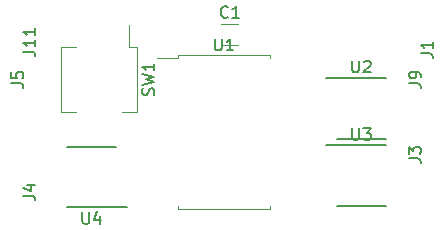
<source format=gbr>
%TF.GenerationSoftware,KiCad,Pcbnew,(5.1.9)-1*%
%TF.CreationDate,2021-01-23T19:14:43+00:00*%
%TF.ProjectId,RC-DC-Motor_Splitter,52432d44-432d-44d6-9f74-6f725f53706c,rev?*%
%TF.SameCoordinates,Original*%
%TF.FileFunction,Legend,Top*%
%TF.FilePolarity,Positive*%
%FSLAX46Y46*%
G04 Gerber Fmt 4.6, Leading zero omitted, Abs format (unit mm)*
G04 Created by KiCad (PCBNEW (5.1.9)-1) date 2021-01-23 19:14:43*
%MOMM*%
%LPD*%
G01*
G04 APERTURE LIST*
%ADD10C,0.120000*%
%ADD11C,0.150000*%
G04 APERTURE END LIST*
D10*
%TO.C,SW1*%
X97730000Y-80425000D02*
X97730000Y-85945000D01*
X103550000Y-78575000D02*
X103550000Y-80425000D01*
X104200000Y-80425000D02*
X103550000Y-80425000D01*
X104200000Y-80425000D02*
X104200000Y-85945000D01*
X104200000Y-85945000D02*
X102931000Y-85945000D01*
X99000000Y-80425000D02*
X97730000Y-80425000D01*
X99000000Y-85945000D02*
X97730000Y-85945000D01*
D11*
%TO.C,U4*%
X103330000Y-94010000D02*
X98260000Y-94010000D01*
X102400000Y-88870000D02*
X98260000Y-88870000D01*
%TO.C,U3*%
X120180000Y-88775000D02*
X125250000Y-88775000D01*
X121110000Y-93915000D02*
X125250000Y-93915000D01*
%TO.C,U2*%
X120180000Y-83060000D02*
X125250000Y-83060000D01*
X121110000Y-88200000D02*
X125250000Y-88200000D01*
D10*
%TO.C,U1*%
X111555000Y-94140000D02*
X115415000Y-94140000D01*
X115415000Y-94140000D02*
X115415000Y-93905000D01*
X111555000Y-94140000D02*
X107695000Y-94140000D01*
X107695000Y-94140000D02*
X107695000Y-93905000D01*
X111555000Y-81120000D02*
X115415000Y-81120000D01*
X115415000Y-81120000D02*
X115415000Y-81355000D01*
X111555000Y-81120000D02*
X107695000Y-81120000D01*
X107695000Y-81120000D02*
X107695000Y-81355000D01*
X107695000Y-81355000D02*
X105880000Y-81355000D01*
%TO.C,C1*%
X111341248Y-78465000D02*
X112763752Y-78465000D01*
X111341248Y-80285000D02*
X112763752Y-80285000D01*
%TO.C,J11*%
D11*
X94567380Y-80819523D02*
X95281666Y-80819523D01*
X95424523Y-80867142D01*
X95519761Y-80962380D01*
X95567380Y-81105238D01*
X95567380Y-81200476D01*
X95567380Y-79819523D02*
X95567380Y-80390952D01*
X95567380Y-80105238D02*
X94567380Y-80105238D01*
X94710238Y-80200476D01*
X94805476Y-80295714D01*
X94853095Y-80390952D01*
X95567380Y-78867142D02*
X95567380Y-79438571D01*
X95567380Y-79152857D02*
X94567380Y-79152857D01*
X94710238Y-79248095D01*
X94805476Y-79343333D01*
X94853095Y-79438571D01*
%TO.C,J1*%
X128222380Y-80978333D02*
X128936666Y-80978333D01*
X129079523Y-81025952D01*
X129174761Y-81121190D01*
X129222380Y-81264047D01*
X129222380Y-81359285D01*
X129222380Y-79978333D02*
X129222380Y-80549761D01*
X129222380Y-80264047D02*
X128222380Y-80264047D01*
X128365238Y-80359285D01*
X128460476Y-80454523D01*
X128508095Y-80549761D01*
%TO.C,J5*%
X93567380Y-83518333D02*
X94281666Y-83518333D01*
X94424523Y-83565952D01*
X94519761Y-83661190D01*
X94567380Y-83804047D01*
X94567380Y-83899285D01*
X93567380Y-82565952D02*
X93567380Y-83042142D01*
X94043571Y-83089761D01*
X93995952Y-83042142D01*
X93948333Y-82946904D01*
X93948333Y-82708809D01*
X93995952Y-82613571D01*
X94043571Y-82565952D01*
X94138809Y-82518333D01*
X94376904Y-82518333D01*
X94472142Y-82565952D01*
X94519761Y-82613571D01*
X94567380Y-82708809D01*
X94567380Y-82946904D01*
X94519761Y-83042142D01*
X94472142Y-83089761D01*
%TO.C,J9*%
X127222380Y-83518333D02*
X127936666Y-83518333D01*
X128079523Y-83565952D01*
X128174761Y-83661190D01*
X128222380Y-83804047D01*
X128222380Y-83899285D01*
X128222380Y-82994523D02*
X128222380Y-82804047D01*
X128174761Y-82708809D01*
X128127142Y-82661190D01*
X127984285Y-82565952D01*
X127793809Y-82518333D01*
X127412857Y-82518333D01*
X127317619Y-82565952D01*
X127270000Y-82613571D01*
X127222380Y-82708809D01*
X127222380Y-82899285D01*
X127270000Y-82994523D01*
X127317619Y-83042142D01*
X127412857Y-83089761D01*
X127650952Y-83089761D01*
X127746190Y-83042142D01*
X127793809Y-82994523D01*
X127841428Y-82899285D01*
X127841428Y-82708809D01*
X127793809Y-82613571D01*
X127746190Y-82565952D01*
X127650952Y-82518333D01*
%TO.C,J3*%
X127222380Y-89868333D02*
X127936666Y-89868333D01*
X128079523Y-89915952D01*
X128174761Y-90011190D01*
X128222380Y-90154047D01*
X128222380Y-90249285D01*
X127222380Y-89487380D02*
X127222380Y-88868333D01*
X127603333Y-89201666D01*
X127603333Y-89058809D01*
X127650952Y-88963571D01*
X127698571Y-88915952D01*
X127793809Y-88868333D01*
X128031904Y-88868333D01*
X128127142Y-88915952D01*
X128174761Y-88963571D01*
X128222380Y-89058809D01*
X128222380Y-89344523D01*
X128174761Y-89439761D01*
X128127142Y-89487380D01*
%TO.C,J4*%
X94567380Y-93043333D02*
X95281666Y-93043333D01*
X95424523Y-93090952D01*
X95519761Y-93186190D01*
X95567380Y-93329047D01*
X95567380Y-93424285D01*
X94900714Y-92138571D02*
X95567380Y-92138571D01*
X94519761Y-92376666D02*
X95234047Y-92614761D01*
X95234047Y-91995714D01*
%TO.C,SW1*%
X105604761Y-84518333D02*
X105652380Y-84375476D01*
X105652380Y-84137380D01*
X105604761Y-84042142D01*
X105557142Y-83994523D01*
X105461904Y-83946904D01*
X105366666Y-83946904D01*
X105271428Y-83994523D01*
X105223809Y-84042142D01*
X105176190Y-84137380D01*
X105128571Y-84327857D01*
X105080952Y-84423095D01*
X105033333Y-84470714D01*
X104938095Y-84518333D01*
X104842857Y-84518333D01*
X104747619Y-84470714D01*
X104700000Y-84423095D01*
X104652380Y-84327857D01*
X104652380Y-84089761D01*
X104700000Y-83946904D01*
X104652380Y-83613571D02*
X105652380Y-83375476D01*
X104938095Y-83185000D01*
X105652380Y-82994523D01*
X104652380Y-82756428D01*
X105652380Y-81851666D02*
X105652380Y-82423095D01*
X105652380Y-82137380D02*
X104652380Y-82137380D01*
X104795238Y-82232619D01*
X104890476Y-82327857D01*
X104938095Y-82423095D01*
%TO.C,U4*%
X99568095Y-94392380D02*
X99568095Y-95201904D01*
X99615714Y-95297142D01*
X99663333Y-95344761D01*
X99758571Y-95392380D01*
X99949047Y-95392380D01*
X100044285Y-95344761D01*
X100091904Y-95297142D01*
X100139523Y-95201904D01*
X100139523Y-94392380D01*
X101044285Y-94725714D02*
X101044285Y-95392380D01*
X100806190Y-94344761D02*
X100568095Y-95059047D01*
X101187142Y-95059047D01*
%TO.C,U3*%
X122418095Y-87297380D02*
X122418095Y-88106904D01*
X122465714Y-88202142D01*
X122513333Y-88249761D01*
X122608571Y-88297380D01*
X122799047Y-88297380D01*
X122894285Y-88249761D01*
X122941904Y-88202142D01*
X122989523Y-88106904D01*
X122989523Y-87297380D01*
X123370476Y-87297380D02*
X123989523Y-87297380D01*
X123656190Y-87678333D01*
X123799047Y-87678333D01*
X123894285Y-87725952D01*
X123941904Y-87773571D01*
X123989523Y-87868809D01*
X123989523Y-88106904D01*
X123941904Y-88202142D01*
X123894285Y-88249761D01*
X123799047Y-88297380D01*
X123513333Y-88297380D01*
X123418095Y-88249761D01*
X123370476Y-88202142D01*
%TO.C,U2*%
X122418095Y-81582380D02*
X122418095Y-82391904D01*
X122465714Y-82487142D01*
X122513333Y-82534761D01*
X122608571Y-82582380D01*
X122799047Y-82582380D01*
X122894285Y-82534761D01*
X122941904Y-82487142D01*
X122989523Y-82391904D01*
X122989523Y-81582380D01*
X123418095Y-81677619D02*
X123465714Y-81630000D01*
X123560952Y-81582380D01*
X123799047Y-81582380D01*
X123894285Y-81630000D01*
X123941904Y-81677619D01*
X123989523Y-81772857D01*
X123989523Y-81868095D01*
X123941904Y-82010952D01*
X123370476Y-82582380D01*
X123989523Y-82582380D01*
%TO.C,U1*%
X110793095Y-79732380D02*
X110793095Y-80541904D01*
X110840714Y-80637142D01*
X110888333Y-80684761D01*
X110983571Y-80732380D01*
X111174047Y-80732380D01*
X111269285Y-80684761D01*
X111316904Y-80637142D01*
X111364523Y-80541904D01*
X111364523Y-79732380D01*
X112364523Y-80732380D02*
X111793095Y-80732380D01*
X112078809Y-80732380D02*
X112078809Y-79732380D01*
X111983571Y-79875238D01*
X111888333Y-79970476D01*
X111793095Y-80018095D01*
%TO.C,C1*%
X111885833Y-77882142D02*
X111838214Y-77929761D01*
X111695357Y-77977380D01*
X111600119Y-77977380D01*
X111457261Y-77929761D01*
X111362023Y-77834523D01*
X111314404Y-77739285D01*
X111266785Y-77548809D01*
X111266785Y-77405952D01*
X111314404Y-77215476D01*
X111362023Y-77120238D01*
X111457261Y-77025000D01*
X111600119Y-76977380D01*
X111695357Y-76977380D01*
X111838214Y-77025000D01*
X111885833Y-77072619D01*
X112838214Y-77977380D02*
X112266785Y-77977380D01*
X112552500Y-77977380D02*
X112552500Y-76977380D01*
X112457261Y-77120238D01*
X112362023Y-77215476D01*
X112266785Y-77263095D01*
%TD*%
M02*

</source>
